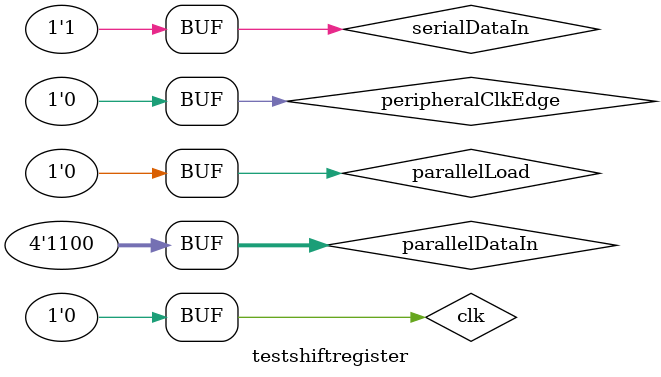
<source format=v>
`include "shiftregister.v"
module testshiftregister();

    reg             clk;
    reg             peripheralClkEdge;
    reg             parallelLoad;
    wire[3:0]       parallelDataOut;
    wire            serialDataOut;
    reg[3:0]        parallelDataIn;
    reg             serialDataIn; 
    
    // Instantiate with parameter width = 8
    shiftregister #(4) dut(.clk(clk), 
    		           .peripheralClkEdge(peripheralClkEdge),
    		           .parallelLoad(parallelLoad), 
    		           .parallelDataIn(parallelDataIn), 
    		           .serialDataIn(serialDataIn), 
    		           .parallelDataOut(parallelDataOut), 
    		           .serialDataOut(serialDataOut));
    
    initial begin
        $dumpfile("shiftregister.vcd");
        $dumpvars();

        serialDataIn = 0;
        parallelDataIn = 4'b1010;
        #5 clk=1; parallelLoad = 1; #5 clk=0; #5 clk=1; parallelLoad=0; #5 clk=0;

        // Test 1: parallel loading
        if(parallelDataOut !== 4'b1010)
            $display("Test Case 1 Failed");

        // Test 2: serialDataOut is MSB
        if(serialDataOut !== 1'b1)
            $display("Test Case 2 Failed");

        #5 clk=1; peripheralClkEdge=1; #5 clk=0; #5 clk=1; peripheralClkEdge=0; #5 clk=0;

    	// Test 3: Data gets shifted
        if(parallelDataOut !== 4'b0100)
            $display("Test Case 3 Failed");

        // Test 4: Parallel Loading takes priority
        serialDataIn = 1;
        parallelDataIn = 4'b1100;
        #5 clk=1; parallelLoad=1; peripheralClkEdge=1; 
        #5 clk=0; 
        #5 clk=1; parallelLoad=0; peripheralClkEdge=0; 
        #5 clk=0;

        if(parallelDataOut !== 4'b1100)
            $display("Test Case 4 Failed");





    end

endmodule


</source>
